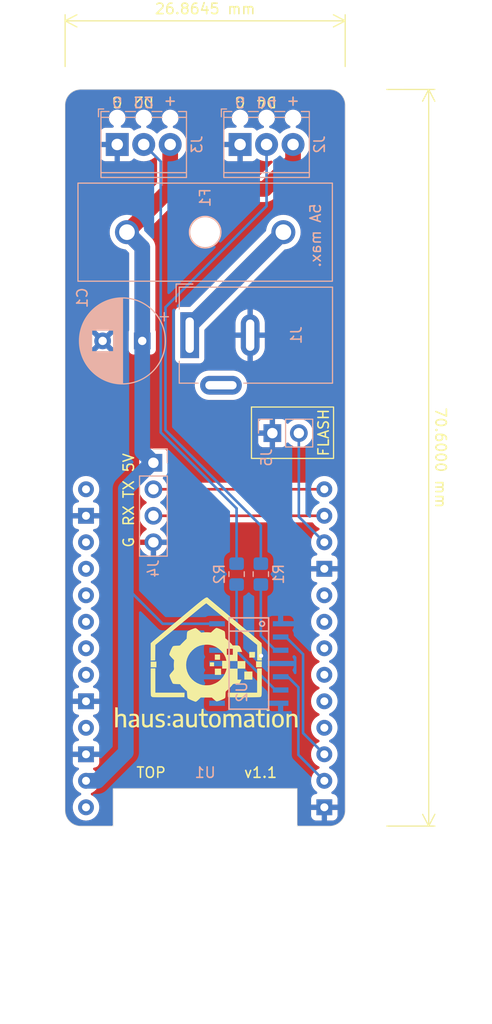
<source format=kicad_pcb>
(kicad_pcb (version 20240108) (generator "pcbnew") (generator_version "8.0")
  (title_block (title "WS2812-Controller Ethernet") (date "2024-05-24") (rev "1.1") (company "haus-automatisierung.com") (comment 1 "Matthias Kleine"))
  (layers (0 "F.Cu" signal) (31 "B.Cu" signal) (34 "B.Paste" user) (35 "F.Paste" user) (36 "B.SilkS" user "B.Silkscreen") (37 "F.SilkS" user "F.Silkscreen") (38 "B.Mask" user) (39 "F.Mask" user) (44 "Edge.Cuts" user))
  (net 0 "")
  (net 1 "+5V")
  (net 2 "GND")
  (net 3 "GPIO2")
  (net 4 "/TX")
  (net 5 "/RX")
  (net 6 "/SUPPLY")
  (net 7 "IO0")
  (net 23 "DATA1")
  (net 24 "DATA2")
  (net 29 "GPIO4")
  (net 30 "/D4")
  (net 31 "/D2")
  (footprint "haus-automatisierung:WT32_ETH01" (layer "F.Cu") (at 147.266121 75.730321)
    (property "Reference" "U1" (at -0.70612 30.944679 0) (layer "B.SilkS") (effects (justify mirror)))
    (property "Value" "WT32_ETH01")
    (pad "1" thru_hole circle (at -12.13612 3.78968) (size 1.524 1.524) (drill 0.762) (layers "*.Cu" "*.Mask"))
    (pad "2" thru_hole rect (at -12.13612 6.32968) (size 1.524 1.524) (drill 0.762) (layers "*.Cu" "*.Mask") (net 2 "GND"))
    (pad "3" thru_hole circle (at -12.13612 8.86968) (size 1.524 1.524) (drill 0.762) (layers "*.Cu" "*.Mask"))
    (pad "4" thru_hole circle (at -12.13612 11.40968) (size 1.524 1.524) (drill 0.762) (layers "*.Cu" "*.Mask"))
    (pad "5" thru_hole circle (at -12.13612 13.94968) (size 1.524 1.524) (drill 0.762) (layers "*.Cu" "*.Mask"))
    (pad "6" thru_hole circle (at -12.13612 16.48968) (size 1.524 1.524) (drill 0.762) (layers "*.Cu" "*.Mask"))
    (pad "7" thru_hole circle (at -12.13612 19.02968) (size 1.524 1.524) (drill 0.762) (layers "*.Cu" "*.Mask"))
    (pad "8" thru_hole circle (at -12.13612 21.56968) (size 1.524 1.524) (drill 0.762) (layers "*.Cu" "*.Mask"))
    (pad "9" thru_hole rect (at -12.13612 24.10968) (size 1.524 1.524) (drill 0.762) (layers "*.Cu" "*.Mask") (net 2 "GND"))
    (pad "10" thru_hole circle (at -12.13612 26.64968) (size 1.524 1.524) (drill 0.762) (layers "*.Cu" "*.Mask"))
    (pad "11" thru_hole rect (at -12.13612 29.18968) (size 1.524 1.524) (drill 0.762) (layers "*.Cu" "*.Mask") (net 2 "GND"))
    (pad "12" thru_hole circle (at -12.13612 31.72968) (size 1.524 1.524) (drill 0.762) (layers "*.Cu" "*.Mask") (net 1 "+5V"))
    (pad "13" thru_hole circle (at -12.13612 34.26968) (size 1.524 1.524) (drill 0.762) (layers "*.Cu" "*.Mask"))
    (pad "14" thru_hole circle (at 10.72388 3.78968) (size 1.524 1.524) (drill 0.762) (layers "*.Cu" "*.Mask") (net 4 "/TX"))
    (pad "15" thru_hole circle (at 10.72388 6.32968) (size 1.524 1.524) (drill 0.762) (layers "*.Cu" "*.Mask") (net 5 "/RX"))
    (pad "16" thru_hole circle (at 10.72388 8.86968) (size 1.524 1.524) (drill 0.762) (layers "*.Cu" "*.Mask") (net 7 "IO0"))
    (pad "17" thru_hole rect (at 10.72388 11.40968) (size 1.524 1.524) (drill 0.762) (layers "*.Cu" "*.Mask") (net 2 "GND"))
    (pad "18" thru_hole circle (at 10.72388 13.94968) (size 1.524 1.524) (drill 0.762) (layers "*.Cu" "*.Mask"))
    (pad "19" thru_hole circle (at 10.72388 16.48968) (size 1.524 1.524) (drill 0.762) (layers "*.Cu" "*.Mask"))
    (pad "20" thru_hole circle (at 10.72388 19.02968) (size 1.524 1.524) (drill 0.762) (layers "*.Cu" "*.Mask"))
    (pad "21" thru_hole circle (at 10.72388 21.56968) (size 1.524 1.524) (drill 0.762) (layers "*.Cu" "*.Mask"))
    (pad "22" thru_hole circle (at 10.72388 24.10968) (size 1.524 1.524) (drill 0.762) (layers "*.Cu" "*.Mask"))
    (pad "23" thru_hole circle (at 10.72388 26.64968) (size 1.524 1.524) (drill 0.762) (layers "*.Cu" "*.Mask"))
    (pad "24" thru_hole circle (at 10.72388 29.18968) (size 1.524 1.524) (drill 0.762) (layers "*.Cu" "*.Mask") (net 29 "GPIO4"))
    (pad "25" thru_hole circle (at 10.72388 31.72968) (size 1.524 1.524) (drill 0.762) (layers "*.Cu" "*.Mask") (net 3 "GPIO2"))
    (pad "26" thru_hole rect (at 10.72388 34.26968) (size 1.524 1.524) (drill 0.762) (layers "*.Cu" "*.Mask") (net 2 "GND"))
  )
  (footprint "haus-automatisierung:Logo2024" (layer "F.Cu") (at 146.66235 96.635)
    (property "Reference" "G***" (hide yes))
    (property "Value" "LOGO" (hide yes))
  )
  (footprint "Capacitor_THT:CP_Radial_D8.0mm_P3.80mm" (layer "B.Cu") (at 140.525 65.3 180)
    (property "Reference" "C1" (at 5.75 4.125 90) (layer "B.SilkS") (effects (justify mirror)))
    (property "Value" "CP")
    (pad "1" thru_hole rect (at 0 0 180) (size 1.6 1.6) (drill 0.8) (layers "*.Cu" "*.Mask") (net 1 "+5V"))
    (pad "2" thru_hole circle (at 3.8 0 180) (size 1.6 1.6) (drill 0.8) (layers "*.Cu" "*.Mask") (net 2 "GND"))
  )
  (footprint "Connector_PinHeader_2.54mm:PinHeader_1x04_P2.54mm_Vertical" (layer "B.Cu") (at 141.595 76.980001 180)
    (property "Reference" "J4" (at 0 -10.134999 90) (layer "B.SilkS") (effects (justify mirror)))
    (property "Value" "Conn_01x04_Male")
    (pad "1" thru_hole rect (at 0 0 180) (size 1.7 1.7) (drill 1) (layers "*.Cu" "*.Mask") (net 1 "+5V"))
    (pad "2" thru_hole oval (at 0 -2.54 180) (size 1.7 1.7) (drill 1) (layers "*.Cu" "*.Mask") (net 4 "/TX"))
    (pad "3" thru_hole oval (at 0 -5.08 180) (size 1.7 1.7) (drill 1) (layers "*.Cu" "*.Mask") (net 5 "/RX"))
    (pad "4" thru_hole oval (at 0 -7.62 180) (size 1.7 1.7) (drill 1) (layers "*.Cu" "*.Mask") (net 2 "GND"))
  )
  (footprint "Resistor_SMD:R_0805_2012Metric_Pad1.20x1.40mm_HandSolder" (layer "B.Cu") (at 151.9 87.65 -90)
    (property "Reference" "R1" (at 0 -1.7 90) (layer "B.SilkS") (effects (justify mirror)))
    (property "Value" "R")
    (pad "1" smd roundrect (at -1 0 270) (size 1.2 1.4) (layers "B.Cu" "B.Paste" "B.Mask") (roundrect_rratio 0.208333) (net 30 "/D4"))
    (pad "2" smd roundrect (at 1 0 270) (size 1.2 1.4) (layers "B.Cu" "B.Paste" "B.Mask") (roundrect_rratio 0.208333) (net 23 "DATA1"))
  )
  (footprint "haus-automatisierung:Fuse-PTF75_Stelvio" (layer "B.Cu") (at 146.560001 59.5775)
    (property "Reference" "F1" (at 0 -8.0025 90) (layer "B.SilkS") (effects (justify mirror)))
    (property "Value" "Fuse")
    (pad "" np_thru_hole circle (at 0 -4.7) (size 2.6 2.6) (drill 2.6) (layers "*.Cu" "*.Mask"))
    (pad "1" thru_hole circle (at -7.5 -4.7) (size 2.3 2.3) (drill 1.5) (layers "*.Cu" "*.Mask") (net 1 "+5V"))
    (pad "2" thru_hole circle (at 7.5 -4.7) (size 2.3 2.3) (drill 1.5) (layers "*.Cu" "*.Mask") (net 6 "/SUPPLY"))
  )
  (footprint "Connector_PinHeader_2.54mm:PinHeader_1x02_P2.54mm_Vertical" (layer "B.Cu") (at 153.005 74.1375 -90)
    (property "Reference" "J5" (at 2.3375 0.555 90) (layer "B.SilkS") (effects (justify mirror)))
    (property "Value" "Conn_01x02_Male")
    (pad "1" thru_hole rect (at 0 0 270) (size 1.7 1.7) (drill 1) (layers "*.Cu" "*.Mask") (net 2 "GND"))
    (pad "2" thru_hole oval (at 0 -2.54 270) (size 1.7 1.7) (drill 1) (layers "*.Cu" "*.Mask") (net 7 "IO0"))
  )
  (footprint "haus-automatisierung:SN74AHCT125D" (layer "B.Cu") (at 150.749 90.4089 180)
    (property "Reference" "U2" (at 0.674 -8.5411 -90) (layer "B.SilkS") (effects (justify mirror)))
    (property "Value" "SN74AHCT125")
    (pad "1" smd rect (at -3.05 -2 180) (size 1.5 0.5) (layers "B.Cu" "B.Paste" "B.Mask") (net 2 "GND"))
    (pad "2" smd rect (at -3.05 -3.27 180) (size 1.5 0.5) (layers "B.Cu" "B.Paste" "B.Mask") (net 29 "GPIO4"))
    (pad "3" smd rect (at -3.05 -4.54 180) (size 1.5 0.5) (layers "B.Cu" "B.Paste" "B.Mask") (net 23 "DATA1"))
    (pad "4" smd rect (at -3.05 -5.81 180) (size 1.5 0.5) (layers "B.Cu" "B.Paste" "B.Mask") (net 2 "GND"))
    (pad "5" smd rect (at -3.05 -7.08 180) (size 1.5 0.5) (layers "B.Cu" "B.Paste" "B.Mask") (net 3 "GPIO2"))
    (pad "6" smd rect (at -3.05 -8.35 180) (size 1.5 0.5) (layers "B.Cu" "B.Paste" "B.Mask") (net 24 "DATA2"))
    (pad "7" smd rect (at -3.05 -9.62 180) (size 1.5 0.5) (layers "B.Cu" "B.Paste" "B.Mask") (net 2 "GND"))
    (pad "8" smd rect (at 3.05 -9.62 180) (size 1.5 0.5) (layers "B.Cu" "B.Paste" "B.Mask"))
    (pad "9" smd rect (at 3.05 -8.35 180) (size 1.5 0.5) (layers "B.Cu" "B.Paste" "B.Mask"))
    (pad "10" smd rect (at 3.05 -7.08 180) (size 1.5 0.5) (layers "B.Cu" "B.Paste" "B.Mask") (net 2 "GND"))
    (pad "11" smd rect (at 3.05 -5.81 180) (size 1.5 0.5) (layers "B.Cu" "B.Paste" "B.Mask"))
    (pad "12" smd rect (at 3.05 -4.54 180) (size 1.5 0.5) (layers "B.Cu" "B.Paste" "B.Mask"))
    (pad "13" smd rect (at 3.05 -3.27 180) (size 1.5 0.5) (layers "B.Cu" "B.Paste" "B.Mask") (net 2 "GND"))
    (pad "14" smd rect (at 3.05 -2 180) (size 1.5 0.5) (layers "B.Cu" "B.Paste" "B.Mask") (net 1 "+5V"))
  )
  (footprint "TerminalBlock_Phoenix:TerminalBlock_Phoenix_MPT-0,5-3-2.54_1x03_P2.54mm_Horizontal" (layer "B.Cu") (at 149.910001 46.475)
    (property "Reference" "J2" (at 7.614999 0 90) (layer "B.SilkS") (effects (justify mirror)))
    (property "Value" "Conn_01x03_Pin")
    (pad "" np_thru_hole circle (at 0 -2.54) (size 1.1 1.1) (drill 1.1) (layers "*.Cu" "*.Mask"))
    (pad "" np_thru_hole circle (at 2.54 -2.54) (size 1.1 1.1) (drill 1.1) (layers "*.Cu" "*.Mask"))
    (pad "" np_thru_hole circle (at 5.08 -2.54) (size 1.1 1.1) (drill 1.1) (layers "*.Cu" "*.Mask"))
    (pad "1" thru_hole rect (at 0 0) (size 2.2 2.2) (drill 1.1) (layers "*.Cu" "*.Mask") (net 2 "GND"))
    (pad "2" thru_hole circle (at 2.54 0) (size 2.2 2.2) (drill 1.1) (layers "*.Cu" "*.Mask") (net 30 "/D4"))
    (pad "3" thru_hole circle (at 5.08 0) (size 2.2 2.2) (drill 1.1) (layers "*.Cu" "*.Mask") (net 1 "+5V"))
  )
  (footprint "Resistor_SMD:R_0805_2012Metric_Pad1.20x1.40mm_HandSolder" (layer "B.Cu") (at 149.575 87.65 -90)
    (property "Reference" "R2" (at 0 1.65 90) (layer "B.SilkS") (effects (justify mirror)))
    (property "Value" "R")
    (pad "1" smd roundrect (at -1 0 270) (size 1.2 1.4) (layers "B.Cu" "B.Paste" "B.Mask") (roundrect_rratio 0.208333) (net 31 "/D2"))
    (pad "2" smd roundrect (at 1 0 270) (size 1.2 1.4) (layers "B.Cu" "B.Paste" "B.Mask") (roundrect_rratio 0.208333) (net 24 "DATA2"))
  )
  (footprint "TerminalBlock_Phoenix:TerminalBlock_Phoenix_MPT-0,5-3-2.54_1x03_P2.54mm_Horizontal" (layer "B.Cu") (at 138.125541 46.475)
    (property "Reference" "J3" (at 7.649459 0 90) (layer "B.SilkS") (effects (justify mirror)))
    (property "Value" "Conn_01x03_Pin")
    (pad "" np_thru_hole circle (at 0 -2.54) (size 1.1 1.1) (drill 1.1) (layers "*.Cu" "*.Mask"))
    (pad "" np_thru_hole circle (at 2.54 -2.54) (size 1.1 1.1) (drill 1.1) (layers "*.Cu" "*.Mask"))
    (pad "" np_thru_hole circle (at 5.08 -2.54) (size 1.1 1.1) (drill 1.1) (layers "*.Cu" "*.Mask"))
    (pad "1" thru_hole rect (at 0 0) (size 2.2 2.2) (drill 1.1) (layers "*.Cu" "*.Mask") (net 2 "GND"))
    (pad "2" thru_hole circle (at 2.54 0) (size 2.2 2.2) (drill 1.1) (layers "*.Cu" "*.Mask") (net 31 "/D2"))
    (pad "3" thru_hole circle (at 5.08 0) (size 2.2 2.2) (drill 1.1) (layers "*.Cu" "*.Mask") (net 1 "+5V"))
  )
  (footprint "Connector_BarrelJack:BarrelJack_Wuerth_6941xx301002" (layer "B.Cu") (at 145.075 64.75 -90)
    (property "Reference" "J1" (at 0 -10.225 90) (layer "B.SilkS") (effects (justify mirror)))
    (property "Value" "Barrel_Jack_MountingPin")
    (pad "1" thru_hole rect (at 0 0 270) (size 4.4 1.8) (drill oval 3.4 0.8) (layers "*.Cu" "*.Mask") (net 6 "/SUPPLY"))
    (pad "2" thru_hole oval (at 0 -5.8 270) (size 4 1.8) (drill oval 3 0.8) (layers "*.Cu" "*.Mask") (net 2 "GND"))
    (pad "3" thru_hole oval (at 4.8 -3 180) (size 4 1.8) (drill oval 3 0.8) (layers "*.Cu" "*.Mask"))
  )
  (gr_rect (start 151 71.6375) (end 158.875 76.5625) (stroke (width 0.12)) (fill none) (layer "F.SilkS"))
  (gr_line (start 133.125541 42.70446) (end 133.125541 110.29554) (stroke (width 0.05)) (layer "Edge.Cuts"))
  (gr_arc (start 134.630001 111.8) (mid 133.566187 111.359354) (end 133.125541 110.29554) (stroke (width 0.05)) (layer "Edge.Cuts"))
  (gr_arc (start 133.125541 42.70446) (mid 133.566195 41.640637) (end 134.630001 41.2) (stroke (width 0.05)) (layer "Edge.Cuts"))
  (gr_arc (start 158.485541 41.2) (mid 159.549343 41.640658) (end 159.990001 42.70446) (stroke (width 0.05)) (layer "Edge.Cuts"))
  (gr_line (start 159.990001 110.3) (end 159.990001 42.70446) (stroke (width 0.05)) (layer "Edge.Cuts"))
  (gr_line (start 158.485541 41.2) (end 134.630001 41.2) (stroke (width 0.05)) (layer "Edge.Cuts"))
  (gr_line (start 137.730001 108.2) (end 155.390001 108.2) (stroke (width 0.05)) (layer "Edge.Cuts"))
  (gr_line (start 134.630001 111.8) (end 137.730001 111.8) (stroke (width 0.05)) (layer "Edge.Cuts"))
  (gr_line (start 155.390001 108.2) (end 155.390001 111.8) (stroke (width 0.05)) (layer "Edge.Cuts"))
  (gr_line (start 155.390001 111.8) (end 158.490001 111.8) (stroke (width 0.05)) (layer "Edge.Cuts"))
  (gr_arc (start 159.990001 110.3) (mid 159.550661 111.36066) (end 158.490001 111.8) (stroke (width 0.05)) (layer "Edge.Cuts"))
  (gr_line (start 137.730001 111.8) (end 137.730001 108.2) (stroke (width 0.05)) (layer "Edge.Cuts"))
  (gr_text "G" (at 149.910001 42.4 180) (layer "B.SilkS") (effects (font (size 1 1)) (justify mirror)))
  (gr_text "D4" (at 152.450001 42.4 180) (layer "B.SilkS") (effects (font (size 1 1)) (justify mirror)))
  (gr_text "+" (at 154.990001 42.4 180) (layer "B.SilkS") (effects (font (size 1 1)) (justify mirror)))
  (gr_text "+" (at 143.205541 42.4 180) (layer "B.SilkS") (effects (font (size 1 1)) (justify mirror)))
  (gr_text "G" (at 138.125541 42.4 180) (layer "B.SilkS") (effects (font (size 1 1)) (justify mirror)))
  (gr_text "5A max." (at 157.15 55.2 90) (layer "B.SilkS") (effects (font (size 1 1)) (justify mirror)))
  (gr_text "D2" (at 140.665541 42.4 180) (layer "B.SilkS") (effects (font (size 1 1)) (justify mirror)))
  (gr_text "v1.1" (at 151.875 106.675 0) (layer "F.SilkS") (effects (font (size 1 1))))
  (gr_text "G" (at 138.125541 42.4 -180) (layer "F.SilkS") (effects (font (size 1 1))))
  (gr_text "+" (at 154.990001 42.4 -180) (layer "F.SilkS") (effects (font (size 1 1))))
  (gr_text "TX" (at 139.225 79.520001 90) (layer "F.SilkS") (effects (font (size 1 1))))
  (gr_text "RX" (at 139.225 82.060001 90) (layer "F.SilkS") (effects (font (size 1 1))))
  (gr_text "FLASH" (at 157.915 74.0875 90) (layer "F.SilkS") (effects (font (size 1 1))))
  (gr_text "D2" (at 140.665541 42.4 -180) (layer "F.SilkS") (effects (font (size 1 1))))
  (gr_text "G" (at 149.910001 42.4 -180) (layer "F.SilkS") (effects (font (size 1 1))))
  (gr_text "G" (at 139.225 84.600001 90) (layer "F.SilkS") (effects (font (size 1 1))))
  (gr_text "TOP" (at 141.375 106.675 0) (layer "F.SilkS") (effects (font (size 1 1))))
  (gr_text "5V" (at 139.225 76.980001 90) (layer "F.SilkS") (effects (font (size 1 1))))
  (gr_text "+" (at 143.205541 42.4 -180) (layer "F.SilkS") (effects (font (size 1 1))))
  (gr_text "D4" (at 152.450001 42.4 -180) (layer "F.SilkS") (effects (font (size 1 1))))
  (dimension (type aligned) (layer "F.SilkS") (pts (xy 163.485541 41.2) (xy 163.490001 111.8)) (height -4.515347) (gr_text "70.6000 mm" (at 169.153118 76.499642 270.0036195) (layer "F.SilkS") (effects (font (size 1 1) (thickness 0.15)))) (format (prefix "") (suffix "") (units 3) (units_format 1) (precision 4)) (style (thickness 0.12) (arrow_length 1.27) (text_position_mode 0) (extension_height 0.58642) (extension_offset 0.5) keep_text_aligned))
  (dimension (type aligned) (layer "F.SilkS") (pts (xy 133.125541 39.50446) (xy 159.990001 39.50446)) (height -4.87946) (gr_text "26.8645 mm" (at 146.557771 33.475 0) (layer "F.SilkS") (effects (font (size 1 1) (thickness 0.15)))) (format (prefix "") (suffix "") (units 3) (units_format 1) (precision 4)) (style (thickness 0.12) (arrow_length 1.27) (text_position_mode 0) (extension_height 0.58642) (extension_offset 0.5) keep_text_aligned))
  (segment (start 140.525 65.3) (end 140.525 56.342499) (width 1.5) (layer "F.Cu") (net 1))
  (segment (start 154.990001 46.475) (end 154.990001 48.030634) (width 1.5) (layer "F.Cu") (net 1))
  (segment (start 143.205541 46.475) (end 143.205541 50.73196) (width 1.5) (layer "F.Cu") (net 1))
  (segment (start 140.525 56.342499) (end 139.060001 54.8775) (width 1.5) (layer "F.Cu") (net 1))
  (segment (start 138.9395 55.056999) (end 139.060001 55.1775) (width 1.5) (layer "F.Cu") (net 1))
  (segment (start 154.990001 48.030634) (end 152.288675 50.73196) (width 1.5) (layer "F.Cu") (net 1))
  (segment (start 143.205541 50.73196) (end 139.060001 54.8775) (width 1.5) (layer "F.Cu") (net 1))
  (segment (start 152.288675 50.73196) (end 143.205541 50.73196) (width 1.5) (layer "F.Cu") (net 1))
  (segment (start 141.447994 76.980001) (end 138.95 79.477995) (width 1.5) (layer "B.Cu") (net 1))
  (segment (start 140.525 65.3) (end 140.525 75.910001) (width 1.5) (layer "B.Cu") (net 1))
  (segment (start 138.95 79.477995) (end 138.95 88.875) (width 1.5) (layer "B.Cu") (net 1))
  (segment (start 147.699 92.4089) (end 142.4839 92.4089) (width 0.25) (layer "B.Cu") (net 1))
  (segment (start 138.95 88.875) (end 138.95 104.724002) (width 1.5) (layer "B.Cu") (net 1))
  (segment (start 138.95 104.724002) (end 136.214001 107.460001) (width 1.5) (layer "B.Cu") (net 1))
  (segment (start 142.4839 92.4089) (end 138.95 88.875) (width 0.25) (layer "B.Cu") (net 1))
  (segment (start 141.595 76.980001) (end 141.447994 76.980001) (width 1.5) (layer "B.Cu") (net 1))
  (segment (start 140.525 75.910001) (end 141.595 76.980001) (width 1.5) (layer "B.Cu") (net 1))
  (segment (start 138.9395 55.056999) (end 139.060001 55.1775) (width 1.5) (layer "B.Cu") (net 1))
  (segment (start 140.525 65.3) (end 140.525 56.342499) (width 1.5) (layer "B.Cu") (net 1))
  (segment (start 136.214001 107.460001) (end 135.130001 107.460001) (width 1.5) (layer "B.Cu") (net 1))
  (segment (start 140.525 56.342499) (end 139.060001 54.8775) (width 1.5) (layer "B.Cu") (net 1))
  (via (at 151.925 95.475) (size 0.8) (drill 0.4) (layers "F.Cu" "B.Cu") (net 2))
  (segment (start 155.5 104.97) (end 155.5 98.5) (width 0.25) (layer "B.Cu") (net 3))
  (segment (start 154.4889 97.4889) (end 153.799 97.4889) (width 0.25) (layer "B.Cu") (net 3))
  (segment (start 157.990001 107.460001) (end 155.5 104.97) (width 0.25) (layer "B.Cu") (net 3))
  (segment (start 155.5 98.5) (end 154.4889 97.4889) (width 0.25) (layer "B.Cu") (net 3))
  (segment (start 157.990001 79.520001) (end 141.595 79.520001) (width 0.25) (layer "F.Cu") (net 4))
  (segment (start 157.990001 82.060001) (end 141.595 82.060001) (width 0.25) (layer "F.Cu") (net 5))
  (segment (start 145.075 63.862501) (end 154.060001 54.8775) (width 1.5) (layer "F.Cu") (net 6))
  (segment (start 145.075 64.85) (end 145.075 64.162501) (width 1.5) (layer "F.Cu") (net 6))
  (segment (start 145.075 64.75) (end 145.075 63.862501) (width 1.5) (layer "F.Cu") (net 6))
  (segment (start 145.075 64.75) (end 145.075 63.862501) (width 1.5) (layer "B.Cu") (net 6))
  (segment (start 145.075 64.85) (end 145.075 64.162501) (width 1.5) (layer "B.Cu") (net 6))
  (segment (start 145.075 63.862501) (end 154.060001 54.8775) (width 1.5) (layer "B.Cu") (net 6))
  (segment (start 155.545 74.1375) (end 155.545 82.155) (width 0.25) (layer "B.Cu") (net 7))
  (segment (start 155.545 82.155) (end 157.990001 84.600001) (width 0.25) (layer "B.Cu") (net 7))
  (segment (start 153.799 94.9489) (end 153.299 94.9489) (width 0.25) (layer "B.Cu") (net 23))
  (segment (start 153.299 94.9489) (end 151.9 93.5499) (width 0.25) (layer "B.Cu") (net 23))
  (segment (start 153.2419 94.9489) (end 153.799 94.9489) (width 0.25) (layer "B.Cu") (net 23))
  (segment (start 151.9 93.5499) (end 151.9 88.65) (width 0.25) (layer "B.Cu") (net 23))
  (segment (start 149.575 95.0349) (end 149.575 88.65) (width 0.25) (layer "B.Cu") (net 24))
  (segment (start 153.799 98.7589) (end 153.299 98.7589) (width 0.25) (layer "B.Cu") (net 24))
  (segment (start 153.299 98.7589) (end 149.575 95.0349) (width 0.25) (layer "B.Cu") (net 24))
  (segment (start 157.990001 104.920001) (end 155.95 102.88) (width 0.25) (layer "B.Cu") (net 29))
  (segment (start 155.95 95.3299) (end 154.299 93.6789) (width 0.25) (layer "B.Cu") (net 29))
  (segment (start 155.95 102.88) (end 155.95 95.3299) (width 0.25) (layer "B.Cu") (net 29))
  (segment (start 154.299 93.6789) (end 153.799 93.6789) (width 0.25) (layer "B.Cu") (net 29))
  (segment (start 142.75 73.85) (end 142.75 62.075) (width 0.25) (layer "B.Cu") (net 30))
  (segment (start 142.75 62.075) (end 152.450001 52.374999) (width 0.25) (layer "B.Cu") (net 30))
  (segment (start 152.450001 52.374999) (end 152.450001 46.475) (width 0.25) (layer "B.Cu") (net 30))
  (segment (start 151.9 86.65) (end 151.9 83) (width 0.25) (layer "B.Cu") (net 30))
  (segment (start 151.9 83) (end 142.75 73.85) (width 0.25) (layer "B.Cu") (net 30))
  (segment (start 142.3 74.075) (end 142.3 48.109459) (width 0.25) (layer "B.Cu") (net 31))
  (segment (start 149.575 86.65) (end 149.575 81.35) (width 0.25) (layer "B.Cu") (net 31))
  (segment (start 142.3 48.109459) (end 140.665541 46.475) (width 0.25) (layer "B.Cu") (net 31))
  (segment (start 149.575 81.35) (end 142.3 74.075) (width 0.25) (layer "B.Cu") (net 31))
  (zone (net 2) (net_name "GND") (layer "F.Cu") (connect_pads (clearance 0.508)) (min_thickness 0.254) (fill yes (thermal_gap 0.508) (thermal_bridge_width 0.508))
    (polygon (pts (xy 166.25 113.675) (xy 126.88 113.675) (xy 126.88 39.38) (xy 166.25 39.38)))
  )
  (zone (net 2) (net_name "GND") (layer "B.Cu") (connect_pads (clearance 0.508)) (min_thickness 0.254) (fill yes (thermal_gap 0.508) (thermal_bridge_width 0.508))
    (polygon (pts (xy 166.25 113.675) (xy 126.88 113.675) (xy 126.88 39.38) (xy 166.25 39.38)))
  )
)
</source>
